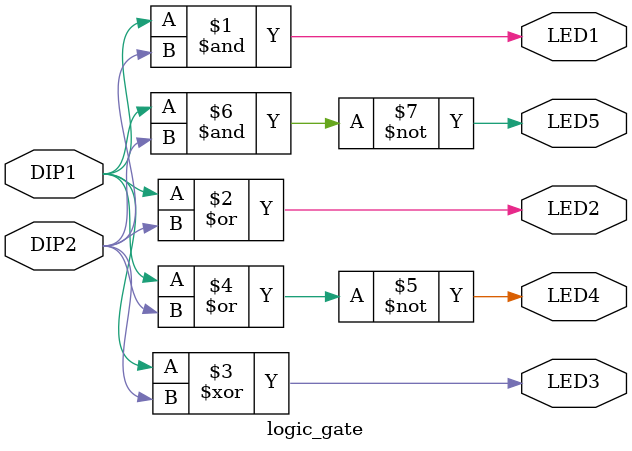
<source format=v>
`timescale 1ns / 1ps


module logic_gate(
input DIP1, DIP2, //y1, w3
output LED1,LED2,LED3,LED4,LED5 //L4,M4,M2,N7,M7
    );
assign LED1 = DIP1 & DIP2;
assign LED2 = DIP1 | DIP2;
assign LED3 = DIP1 ^ DIP2;
assign LED4 = ~(DIP1 | DIP2);
assign LED5 = ~(DIP1 & DIP2);
    
endmodule

</source>
